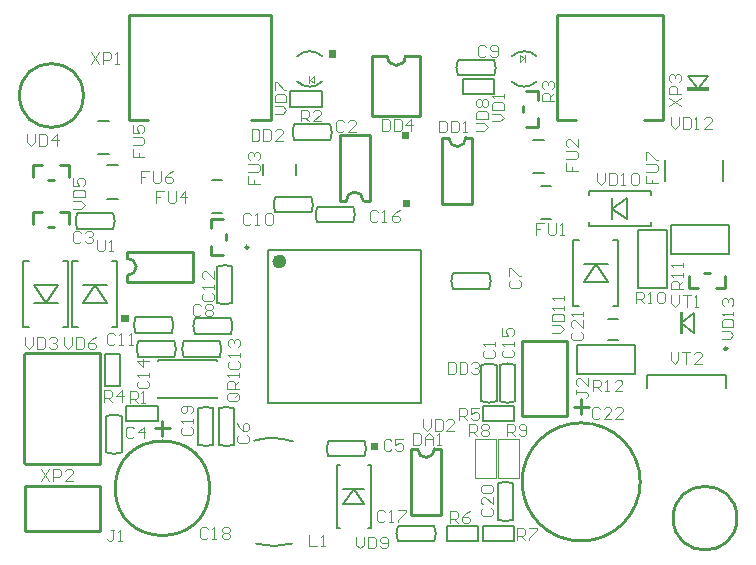
<source format=gto>
G04 Layer_Color=65535*
%FSLAX24Y24*%
%MOIN*%
G70*
G01*
G75*
%ADD10C,0.0079*%
%ADD39C,0.0100*%
%ADD40C,0.0098*%
%ADD57C,0.0070*%
%ADD58C,0.0071*%
%ADD59C,0.0236*%
%ADD60C,0.0070*%
%ADD61C,0.0039*%
%ADD62C,0.0050*%
%ADD63C,0.0067*%
G36*
X23687Y37636D02*
X23437D01*
Y37886D01*
X23687D01*
Y37636D01*
D02*
G37*
G36*
X42163Y37258D02*
X42053D01*
Y37978D01*
X42163D01*
Y37258D01*
D02*
G37*
G36*
X32000Y33380D02*
X31750D01*
Y33630D01*
X32000D01*
Y33380D01*
D02*
G37*
G36*
X33073Y41478D02*
X32823D01*
Y41728D01*
X33073D01*
Y41478D01*
D02*
G37*
G36*
X30612Y46451D02*
X30362D01*
Y46701D01*
X30612D01*
Y46451D01*
D02*
G37*
G36*
X43027Y45360D02*
X42307D01*
Y45470D01*
X43027D01*
Y45360D01*
D02*
G37*
G36*
X33043Y43744D02*
X32793D01*
Y43994D01*
X33043D01*
Y43744D01*
D02*
G37*
D10*
X41575Y42343D02*
Y43051D01*
X43504Y42343D02*
Y43051D01*
X39016Y40856D02*
X41102D01*
X39016Y41998D02*
X41102D01*
X39016Y40856D02*
Y40965D01*
Y41890D02*
Y41998D01*
X41102Y40856D02*
Y40965D01*
Y41890D02*
Y41998D01*
X40955Y35866D02*
X43593D01*
Y35433D02*
Y35866D01*
X40955Y35433D02*
Y35866D01*
X42103Y37618D02*
X42533Y37288D01*
X42103Y37618D02*
X42533Y37948D01*
Y37288D02*
Y37948D01*
X38514Y40394D02*
X38701D01*
X39823D02*
X40010D01*
X38514Y38189D02*
X38701D01*
X39823D02*
X40010D01*
X38514D02*
Y40394D01*
X40010Y38189D02*
Y40394D01*
X37421Y42185D02*
X37776D01*
X37421Y41083D02*
X37776D01*
X37165Y43701D02*
X37520D01*
X37165Y42598D02*
X37520D01*
X42667Y45410D02*
X42997Y45840D01*
X42337D02*
X42667Y45410D01*
X42337Y45840D02*
X42997D01*
X22667Y44341D02*
X23022D01*
X22667Y43238D02*
X23022D01*
X22972Y42864D02*
X23327D01*
X22972Y41762D02*
X23327D01*
X21486Y37480D02*
X21673D01*
X20177D02*
X20364D01*
X21486Y39685D02*
X21673D01*
X20177D02*
X20364D01*
X21673Y37480D02*
Y39685D01*
X20177Y37480D02*
Y39685D01*
X21811D02*
X21998D01*
X23120D02*
X23307D01*
X21811Y37480D02*
X21998D01*
X23120D02*
X23307D01*
X21811D02*
Y39685D01*
X23307Y37480D02*
Y39685D01*
X26457Y41270D02*
X26811D01*
X26457Y42372D02*
X26811D01*
X28179Y42549D02*
Y42904D01*
X29281Y42549D02*
Y42904D01*
X26644Y35118D02*
Y35157D01*
X24675Y35118D02*
X26644D01*
X24675D02*
Y35157D01*
X26644Y36339D02*
Y36378D01*
X24675D02*
X26644D01*
X24675Y36339D02*
Y36378D01*
X30620Y30778D02*
Y32864D01*
X31762Y30778D02*
Y32864D01*
X30620D02*
X30728D01*
X31654D02*
X31762D01*
X30620Y30778D02*
X30728D01*
X31654D02*
X31762D01*
X28317Y34941D02*
Y40059D01*
X33435Y34941D02*
Y40059D01*
X28317Y34941D02*
X33435D01*
X28317Y40059D02*
X33435D01*
D39*
X43964Y31109D02*
G03*
X43964Y31109I-1063J0D01*
G01*
X22175Y45197D02*
G03*
X22175Y45197I-1063J0D01*
G01*
X26388Y32106D02*
G03*
X26388Y32106I-1575J0D01*
G01*
X31504Y41699D02*
G03*
X30946Y41680I-280J0D01*
G01*
X40738Y32317D02*
G03*
X40738Y32317I-1969J0D01*
G01*
X23657Y39205D02*
G03*
X23638Y39763I0J280D01*
G01*
X32312Y46501D02*
G03*
X32912Y46501I300J0D01*
G01*
X34362Y43774D02*
G03*
X34921Y43793I280J0D01*
G01*
X33319Y33409D02*
G03*
X33877Y33428I280J0D01*
G01*
X26431Y39869D02*
Y40169D01*
Y41069D02*
X26831D01*
X26431Y40769D02*
Y41069D01*
X26931Y40369D02*
Y40569D01*
X26431Y39869D02*
X26831D01*
X37963Y44390D02*
Y47894D01*
X41506Y44390D02*
Y47894D01*
X37963Y44390D02*
X38593D01*
X40876D02*
X41506D01*
X37963Y47894D02*
X41506D01*
X28425Y47106D02*
Y47894D01*
X26063D02*
X28425D01*
X23701Y47067D02*
Y47894D01*
X26063D01*
X28425Y44390D02*
Y47106D01*
X23701Y44390D02*
Y47106D01*
Y44390D02*
X24331D01*
X27756D02*
X28425D01*
X43256Y38793D02*
X43556D01*
X42356D02*
Y39193D01*
Y38793D02*
X42656D01*
X42856Y39293D02*
X43056D01*
X43556Y38793D02*
Y39193D01*
X24813Y33856D02*
Y34356D01*
X24563Y34106D02*
X25063D01*
X37319Y45048D02*
Y45348D01*
X36919Y44148D02*
X37319D01*
Y44448D01*
X36819Y44648D02*
Y44848D01*
X36919Y45348D02*
X37319D01*
X30723Y41678D02*
Y43878D01*
X31723Y41678D02*
Y43878D01*
X30723D02*
X31723D01*
X30723Y41678D02*
X30923D01*
X31523D02*
X31723D01*
X21689Y42480D02*
Y42880D01*
X21389D02*
X21689D01*
X20489Y42480D02*
Y42880D01*
X20789D01*
X20989Y42380D02*
X21189D01*
X38520Y34817D02*
X39020D01*
X38770Y34567D02*
Y35067D01*
X22732Y34467D02*
X22734Y36608D01*
X20234D02*
X22734D01*
X20234Y32908D02*
X22734D01*
X20213Y32931D02*
Y36593D01*
X22732Y32931D02*
X22734Y34508D01*
X21689Y40915D02*
Y41315D01*
X21389D02*
X21689D01*
X20489Y40915D02*
Y41315D01*
X20789D01*
X20989Y40815D02*
X21189D01*
X23637Y39986D02*
X25837D01*
X23637Y38986D02*
X25837D01*
Y39986D01*
X23637Y39786D02*
Y39986D01*
Y38986D02*
Y39186D01*
X31812Y46501D02*
X32312D01*
X31812Y44501D02*
X33412D01*
Y46501D01*
X31812Y44501D02*
Y46501D01*
X32912D02*
X33412D01*
X38299Y36030D02*
Y37030D01*
X36799D02*
X38299D01*
X36799Y34530D02*
X38299D01*
X36799D02*
Y37030D01*
X38299Y34530D02*
Y36030D01*
X21728Y30677D02*
X22728D01*
Y32177D01*
X20228Y30677D02*
Y32177D01*
X22728D01*
X20228Y30677D02*
X21728D01*
X35143Y41594D02*
Y43794D01*
X34143Y41594D02*
Y43794D01*
Y41594D02*
X35143D01*
X34943Y43794D02*
X35143D01*
X34143D02*
X34343D01*
X34100Y31230D02*
Y33430D01*
X33100Y31230D02*
Y33430D01*
Y31230D02*
X34100D01*
X33900Y33430D02*
X34100D01*
X33100D02*
X33300D01*
D40*
X43642Y36762D02*
G03*
X43642Y36762I-49J0D01*
G01*
X27677Y40138D02*
G03*
X27677Y40138I-49J0D01*
G01*
D57*
X27100Y37255D02*
G03*
X27099Y37766I-609J255D01*
G01*
X25893D02*
G03*
X25892Y37255I608J-256D01*
G01*
X27194Y34767D02*
G03*
X26683Y34767I-255J-609D01*
G01*
Y33560D02*
G03*
X27194Y33560I256J608D01*
G01*
X34495Y39270D02*
G03*
X34495Y38760I609J-255D01*
G01*
X35702D02*
G03*
X35702Y39270I-608J256D01*
G01*
X34662Y46377D02*
G03*
X34662Y45866I609J-255D01*
G01*
X35869D02*
G03*
X35870Y46377I-608J256D01*
G01*
X23914Y37804D02*
G03*
X23914Y37293I609J-255D01*
G01*
X25121D02*
G03*
X25122Y37804I-608J256D01*
G01*
X33872Y30336D02*
G03*
X33871Y30846I-609J255D01*
G01*
X32664D02*
G03*
X32664Y30336I608J-256D01*
G01*
X35995Y31060D02*
G03*
X36506Y31060I255J609D01*
G01*
Y32267D02*
G03*
X35995Y32267I-256J-608D01*
G01*
X35444Y35006D02*
G03*
X35955Y35007I255J609D01*
G01*
Y36214D02*
G03*
X35444Y36214I-256J-608D01*
G01*
X21965Y41268D02*
G03*
X21965Y40758I609J-255D01*
G01*
X23172D02*
G03*
X23173Y41268I-608J256D01*
G01*
X26515Y34767D02*
G03*
X26004Y34767I-255J-609D01*
G01*
Y33560D02*
G03*
X26515Y33560I256J608D01*
G01*
X22944Y33304D02*
G03*
X23455Y33304I255J609D01*
G01*
Y34511D02*
G03*
X22944Y34511I-256J-608D01*
G01*
X36054Y35006D02*
G03*
X36565Y35007I255J609D01*
G01*
Y36214D02*
G03*
X36054Y36214I-256J-608D01*
G01*
X30407Y43722D02*
G03*
X30407Y44232I-609J255D01*
G01*
X29200D02*
G03*
X29199Y43722I608J-256D01*
G01*
X26726Y36497D02*
G03*
X26725Y37008I-609J255D01*
G01*
X25519D02*
G03*
X25518Y36497I608J-256D01*
G01*
X24002Y37007D02*
G03*
X24003Y36496I609J-255D01*
G01*
X25210D02*
G03*
X25210Y37007I-608J256D01*
G01*
X31549Y33170D02*
G03*
X31548Y33681I-609J255D01*
G01*
X30341D02*
G03*
X30341Y33170I608J-256D01*
G01*
X31175Y40966D02*
G03*
X31174Y41476I-609J255D01*
G01*
X29967D02*
G03*
X29967Y40966I608J-256D01*
G01*
X28569Y41810D02*
G03*
X28570Y41299I609J-255D01*
G01*
X29777D02*
G03*
X29777Y41810I-608J256D01*
G01*
X26635Y38284D02*
G03*
X27146Y38284I255J609D01*
G01*
Y39491D02*
G03*
X26635Y39492I-256J-608D01*
G01*
X25895Y37766D02*
X27096D01*
X25896Y37255D02*
X27096D01*
X26683Y33563D02*
Y34763D01*
X27194Y33563D02*
Y34763D01*
X34498Y38760D02*
X35699D01*
X34498Y39271D02*
X35698D01*
X34666Y45866D02*
X35866D01*
X34666Y46377D02*
X35866D01*
X23918Y37293D02*
X25118D01*
X23918Y37804D02*
X25118D01*
X32667Y30846D02*
X33868D01*
X32668Y30336D02*
X33868D01*
X36506Y31063D02*
Y32264D01*
X35995Y31063D02*
Y32263D01*
X35344Y30335D02*
Y30846D01*
X34301Y30335D02*
Y30846D01*
X35344D01*
X34301Y30335D02*
X35344D01*
X36545D02*
Y30846D01*
X35502Y30335D02*
Y30846D01*
X36545D01*
X35502Y30335D02*
X36545D01*
X35955Y35010D02*
Y36211D01*
X35444Y35010D02*
Y36210D01*
X29075Y44823D02*
Y45335D01*
X30118Y44823D02*
Y45335D01*
X29075Y44823D02*
X30118D01*
X29075Y45335D02*
X30118D01*
X34823Y45246D02*
Y45758D01*
X35866Y45246D02*
Y45758D01*
X34823Y45246D02*
X35866D01*
X34823Y45758D02*
X35866D01*
X21969Y40758D02*
X23170D01*
X21969Y41269D02*
X23169D01*
X26004Y33563D02*
Y34763D01*
X26515Y33563D02*
Y34763D01*
X22904Y36565D02*
X23415D01*
X22904Y35522D02*
X23415D01*
X22904D02*
Y36565D01*
X23415Y35522D02*
Y36565D01*
X23455Y33307D02*
Y34508D01*
X22944Y33307D02*
Y34507D01*
X36565Y35010D02*
Y36211D01*
X36054Y35010D02*
Y36210D01*
X29202Y44232D02*
X30403D01*
X29203Y43721D02*
X30403D01*
X25521Y37008D02*
X26722D01*
X25522Y36497D02*
X26722D01*
X24006Y36496D02*
X25207D01*
X24006Y37007D02*
X25206D01*
X23612Y34350D02*
Y34862D01*
X24656Y34350D02*
Y34862D01*
X23612Y34350D02*
X24656D01*
X23612Y34862D02*
X24656D01*
X30344Y33681D02*
X31545D01*
X30345Y33170D02*
X31545D01*
X29970Y41476D02*
X31171D01*
X29971Y40965D02*
X31171D01*
X28573Y41299D02*
X29774D01*
X28573Y41810D02*
X29773D01*
X27146Y38288D02*
Y39489D01*
X26635Y38288D02*
Y39488D01*
X36525Y34341D02*
Y34852D01*
X35482Y34341D02*
Y34852D01*
X36525D01*
X35482Y34341D02*
X36525D01*
D58*
X29170Y33663D02*
G03*
X27870Y33692I-697J-2035D01*
G01*
X27934Y30260D02*
G03*
X29127Y30264I589J2068D01*
G01*
X36454Y45665D02*
G03*
X37290Y45665I418J418D01*
G01*
Y46500D02*
G03*
X36454Y46500I-418J-418D01*
G01*
X30140D02*
G03*
X29305Y46500I-418J-418D01*
G01*
Y45665D02*
G03*
X30140Y45665I418J418D01*
G01*
D59*
X28829Y39665D02*
G03*
X28829Y39665I-118J0D01*
G01*
D60*
X38636Y35908D02*
X40566D01*
X38636Y36868D02*
X40566D01*
X38636Y35908D02*
Y36868D01*
X40566Y35908D02*
Y36868D01*
X41756Y39904D02*
X43686D01*
X41756Y40864D02*
X43686D01*
X41756Y39904D02*
Y40864D01*
X43686Y39904D02*
Y40864D01*
X41641Y38784D02*
Y40714D01*
X40681Y38784D02*
Y40714D01*
Y38784D02*
X41641D01*
X40681Y40714D02*
X41641D01*
D61*
X35988Y32433D02*
X36689D01*
X35988Y33748D02*
X36689D01*
Y32433D02*
Y33748D01*
X35988Y32433D02*
Y33748D01*
X35230Y32433D02*
X35931D01*
X35230Y33748D02*
X35931D01*
X35931Y32433D02*
X35931Y33748D01*
X35230Y32433D02*
X35230Y33748D01*
X36742Y46319D02*
X36860Y46437D01*
X36742Y46555D02*
X36860Y46437D01*
X36742Y46319D02*
Y46555D01*
X36900Y46319D02*
Y46555D01*
X29734Y45728D02*
X29852Y45846D01*
X29734Y45728D02*
X29852Y45610D01*
Y45846D01*
X29695Y45610D02*
Y45846D01*
X35578Y36719D02*
X35512Y36653D01*
Y36522D01*
X35578Y36457D01*
X35840D01*
X35906Y36522D01*
Y36653D01*
X35840Y36719D01*
X35906Y36850D02*
Y36981D01*
Y36916D01*
X35512D01*
X35578Y36850D01*
X30863Y44324D02*
X30797Y44390D01*
X30666D01*
X30600Y44324D01*
Y44062D01*
X30666Y43996D01*
X30797D01*
X30863Y44062D01*
X31256Y43996D02*
X30994D01*
X31256Y44258D01*
Y44324D01*
X31191Y44390D01*
X31060D01*
X30994Y44324D01*
X22094Y40603D02*
X22029Y40669D01*
X21897D01*
X21832Y40603D01*
Y40341D01*
X21897Y40276D01*
X22029D01*
X22094Y40341D01*
X22225Y40603D02*
X22291Y40669D01*
X22422D01*
X22488Y40603D01*
Y40538D01*
X22422Y40472D01*
X22357D01*
X22422D01*
X22488Y40407D01*
Y40341D01*
X22422Y40276D01*
X22291D01*
X22225Y40341D01*
X32447Y33684D02*
X32382Y33750D01*
X32251D01*
X32185Y33684D01*
Y33422D01*
X32251Y33356D01*
X32382D01*
X32447Y33422D01*
X32841Y33750D02*
X32579D01*
Y33553D01*
X32710Y33619D01*
X32775D01*
X32841Y33553D01*
Y33422D01*
X32775Y33356D01*
X32644D01*
X32579Y33422D01*
X27379Y33884D02*
X27313Y33819D01*
Y33688D01*
X27379Y33622D01*
X27641D01*
X27707Y33688D01*
Y33819D01*
X27641Y33884D01*
X27313Y34278D02*
X27379Y34147D01*
X27510Y34016D01*
X27641D01*
X27707Y34081D01*
Y34212D01*
X27641Y34278D01*
X27576D01*
X27510Y34212D01*
Y34016D01*
X36424Y39052D02*
X36358Y38986D01*
Y38855D01*
X36424Y38789D01*
X36686D01*
X36752Y38855D01*
Y38986D01*
X36686Y39052D01*
X36358Y39183D02*
Y39445D01*
X36424D01*
X36686Y39183D01*
X36752D01*
X26089Y38172D02*
X26024Y38238D01*
X25892D01*
X25827Y38172D01*
Y37910D01*
X25892Y37844D01*
X26024D01*
X26089Y37910D01*
X26220Y38172D02*
X26286Y38238D01*
X26417D01*
X26483Y38172D01*
Y38107D01*
X26417Y38041D01*
X26483Y37976D01*
Y37910D01*
X26417Y37844D01*
X26286D01*
X26220Y37910D01*
Y37976D01*
X26286Y38041D01*
X26220Y38107D01*
Y38172D01*
X26286Y38041D02*
X26417D01*
X35607Y46804D02*
X35541Y46870D01*
X35410D01*
X35344Y46804D01*
Y46542D01*
X35410Y46476D01*
X35541D01*
X35607Y46542D01*
X35738D02*
X35804Y46476D01*
X35935D01*
X36000Y46542D01*
Y46804D01*
X35935Y46870D01*
X35804D01*
X35738Y46804D01*
Y46739D01*
X35804Y46673D01*
X36000D01*
X27762Y41214D02*
X27697Y41279D01*
X27566D01*
X27500Y41214D01*
Y40951D01*
X27566Y40886D01*
X27697D01*
X27762Y40951D01*
X27894Y40886D02*
X28025D01*
X27959D01*
Y41279D01*
X27894Y41214D01*
X28222D02*
X28287Y41279D01*
X28418D01*
X28484Y41214D01*
Y40951D01*
X28418Y40886D01*
X28287D01*
X28222Y40951D01*
Y41214D01*
X23235Y37208D02*
X23169Y37273D01*
X23038D01*
X22972Y37208D01*
Y36946D01*
X23038Y36880D01*
X23169D01*
X23235Y36946D01*
X23366Y36880D02*
X23497D01*
X23432D01*
Y37273D01*
X23366Y37208D01*
X23694Y36880D02*
X23825D01*
X23760D01*
Y37273D01*
X23694Y37208D01*
X26188Y38619D02*
X26122Y38553D01*
Y38422D01*
X26188Y38356D01*
X26450D01*
X26516Y38422D01*
Y38553D01*
X26450Y38619D01*
X26516Y38750D02*
Y38881D01*
Y38815D01*
X26122D01*
X26188Y38750D01*
X26516Y39340D02*
Y39078D01*
X26253Y39340D01*
X26188D01*
X26122Y39275D01*
Y39143D01*
X26188Y39078D01*
X27064Y36345D02*
X26998Y36279D01*
Y36148D01*
X27064Y36083D01*
X27326D01*
X27392Y36148D01*
Y36279D01*
X27326Y36345D01*
X27392Y36476D02*
Y36607D01*
Y36542D01*
X26998D01*
X27064Y36476D01*
Y36804D02*
X26998Y36870D01*
Y37001D01*
X27064Y37067D01*
X27129D01*
X27195Y37001D01*
Y36935D01*
Y37001D01*
X27261Y37067D01*
X27326D01*
X27392Y37001D01*
Y36870D01*
X27326Y36804D01*
X24022Y35695D02*
X23957Y35630D01*
Y35499D01*
X24022Y35433D01*
X24285D01*
X24350Y35499D01*
Y35630D01*
X24285Y35695D01*
X24350Y35827D02*
Y35958D01*
Y35892D01*
X23957D01*
X24022Y35827D01*
X24350Y36351D02*
X23957D01*
X24154Y36155D01*
Y36417D01*
X36198Y36729D02*
X36132Y36663D01*
Y36532D01*
X36198Y36467D01*
X36460D01*
X36526Y36532D01*
Y36663D01*
X36460Y36729D01*
X36526Y36860D02*
Y36991D01*
Y36926D01*
X36132D01*
X36198Y36860D01*
X36132Y37450D02*
Y37188D01*
X36329D01*
X36263Y37319D01*
Y37385D01*
X36329Y37450D01*
X36460D01*
X36526Y37385D01*
Y37254D01*
X36460Y37188D01*
X31995Y41322D02*
X31929Y41388D01*
X31798D01*
X31732Y41322D01*
Y41060D01*
X31798Y40994D01*
X31929D01*
X31995Y41060D01*
X32126Y40994D02*
X32257D01*
X32191D01*
Y41388D01*
X32126Y41322D01*
X32716Y41388D02*
X32585Y41322D01*
X32454Y41191D01*
Y41060D01*
X32519Y40994D01*
X32651D01*
X32716Y41060D01*
Y41125D01*
X32651Y41191D01*
X32454D01*
X32221Y31312D02*
X32155Y31378D01*
X32024D01*
X31959Y31312D01*
Y31050D01*
X32024Y30984D01*
X32155D01*
X32221Y31050D01*
X32352Y30984D02*
X32483D01*
X32418D01*
Y31378D01*
X32352Y31312D01*
X32680Y31378D02*
X32943D01*
Y31312D01*
X32680Y31050D01*
Y30984D01*
X26335Y30751D02*
X26270Y30817D01*
X26138D01*
X26073Y30751D01*
Y30489D01*
X26138Y30423D01*
X26270D01*
X26335Y30489D01*
X26466Y30423D02*
X26598D01*
X26532D01*
Y30817D01*
X26466Y30751D01*
X26794D02*
X26860Y30817D01*
X26991D01*
X27057Y30751D01*
Y30686D01*
X26991Y30620D01*
X27057Y30554D01*
Y30489D01*
X26991Y30423D01*
X26860D01*
X26794Y30489D01*
Y30554D01*
X26860Y30620D01*
X26794Y30686D01*
Y30751D01*
X26860Y30620D02*
X26991D01*
X25499Y34140D02*
X25433Y34075D01*
Y33944D01*
X25499Y33878D01*
X25761D01*
X25827Y33944D01*
Y34075D01*
X25761Y34140D01*
X25827Y34272D02*
Y34403D01*
Y34337D01*
X25433D01*
X25499Y34272D01*
X25761Y34599D02*
X25827Y34665D01*
Y34796D01*
X25761Y34862D01*
X25499D01*
X25433Y34796D01*
Y34665D01*
X25499Y34599D01*
X25564D01*
X25630Y34665D01*
Y34862D01*
X35509Y31434D02*
X35443Y31368D01*
Y31237D01*
X35509Y31171D01*
X35771D01*
X35837Y31237D01*
Y31368D01*
X35771Y31434D01*
X35837Y31827D02*
Y31565D01*
X35574Y31827D01*
X35509D01*
X35443Y31762D01*
Y31630D01*
X35509Y31565D01*
Y31958D02*
X35443Y32024D01*
Y32155D01*
X35509Y32221D01*
X35771D01*
X35837Y32155D01*
Y32024D01*
X35771Y31958D01*
X35509D01*
X38491Y37319D02*
X38425Y37254D01*
Y37123D01*
X38491Y37057D01*
X38753D01*
X38819Y37123D01*
Y37254D01*
X38753Y37319D01*
X38819Y37713D02*
Y37451D01*
X38557Y37713D01*
X38491D01*
X38425Y37647D01*
Y37516D01*
X38491Y37451D01*
X38819Y37844D02*
Y37975D01*
Y37910D01*
X38425D01*
X38491Y37844D01*
X39386Y34747D02*
X39321Y34813D01*
X39190D01*
X39124Y34747D01*
Y34485D01*
X39190Y34419D01*
X39321D01*
X39386Y34485D01*
X39780Y34419D02*
X39518D01*
X39780Y34682D01*
Y34747D01*
X39714Y34813D01*
X39583D01*
X39518Y34747D01*
X40174Y34419D02*
X39911D01*
X40174Y34682D01*
Y34747D01*
X40108Y34813D01*
X39977D01*
X39911Y34747D01*
X33169Y33957D02*
Y33563D01*
X33366D01*
X33432Y33629D01*
Y33891D01*
X33366Y33957D01*
X33169D01*
X33563Y33563D02*
Y33825D01*
X33694Y33957D01*
X33825Y33825D01*
Y33563D01*
Y33760D01*
X33563D01*
X33956Y33563D02*
X34088D01*
X34022D01*
Y33957D01*
X33956Y33891D01*
X34035Y44360D02*
Y43967D01*
X34232D01*
X34298Y44032D01*
Y44295D01*
X34232Y44360D01*
X34035D01*
X34429D02*
Y43967D01*
X34626D01*
X34691Y44032D01*
Y44295D01*
X34626Y44360D01*
X34429D01*
X34823Y43967D02*
X34954D01*
X34888D01*
Y44360D01*
X34823Y44295D01*
X27785Y44085D02*
Y43691D01*
X27982D01*
X28048Y43757D01*
Y44019D01*
X27982Y44085D01*
X27785D01*
X28179D02*
Y43691D01*
X28376D01*
X28441Y43757D01*
Y44019D01*
X28376Y44085D01*
X28179D01*
X28835Y43691D02*
X28573D01*
X28835Y43953D01*
Y44019D01*
X28769Y44085D01*
X28638D01*
X28573Y44019D01*
X32126Y44399D02*
Y44006D01*
X32323D01*
X32388Y44071D01*
Y44334D01*
X32323Y44399D01*
X32126D01*
X32520D02*
Y44006D01*
X32716D01*
X32782Y44071D01*
Y44334D01*
X32716Y44399D01*
X32520D01*
X33110Y44006D02*
Y44399D01*
X32913Y44203D01*
X33176D01*
X37526Y40955D02*
X37264D01*
Y40758D01*
X37395D01*
X37264D01*
Y40561D01*
X37657Y40955D02*
Y40627D01*
X37723Y40561D01*
X37854D01*
X37920Y40627D01*
Y40955D01*
X38051Y40561D02*
X38182D01*
X38117D01*
Y40955D01*
X38051Y40889D01*
X38258Y42949D02*
Y42687D01*
X38455D01*
Y42818D01*
Y42687D01*
X38652D01*
X38258Y43081D02*
X38586D01*
X38652Y43146D01*
Y43277D01*
X38586Y43343D01*
X38258D01*
X38652Y43737D02*
Y43474D01*
X38389Y43737D01*
X38324D01*
X38258Y43671D01*
Y43540D01*
X38324Y43474D01*
X27677Y42516D02*
Y42254D01*
X27874D01*
Y42385D01*
Y42254D01*
X28071D01*
X27677Y42648D02*
X28005D01*
X28071Y42713D01*
Y42844D01*
X28005Y42910D01*
X27677D01*
X27743Y43041D02*
X27677Y43107D01*
Y43238D01*
X27743Y43303D01*
X27808D01*
X27874Y43238D01*
Y43172D01*
Y43238D01*
X27940Y43303D01*
X28005D01*
X28071Y43238D01*
Y43107D01*
X28005Y43041D01*
X24859Y41998D02*
X24596D01*
Y41801D01*
X24728D01*
X24596D01*
Y41604D01*
X24990Y41998D02*
Y41670D01*
X25056Y41604D01*
X25187D01*
X25252Y41670D01*
Y41998D01*
X25580Y41604D02*
Y41998D01*
X25384Y41801D01*
X25646D01*
X23819Y43422D02*
Y43159D01*
X24016D01*
Y43291D01*
Y43159D01*
X24213D01*
X23819Y43553D02*
X24147D01*
X24213Y43619D01*
Y43750D01*
X24147Y43815D01*
X23819D01*
Y44209D02*
Y43947D01*
X24016D01*
X23950Y44078D01*
Y44143D01*
X24016Y44209D01*
X24147D01*
X24213Y44143D01*
Y44012D01*
X24147Y43947D01*
X24377Y42667D02*
X24114D01*
Y42470D01*
X24245D01*
X24114D01*
Y42274D01*
X24508Y42667D02*
Y42339D01*
X24573Y42274D01*
X24705D01*
X24770Y42339D01*
Y42667D01*
X25164D02*
X25033Y42602D01*
X24901Y42470D01*
Y42339D01*
X24967Y42274D01*
X25098D01*
X25164Y42339D01*
Y42405D01*
X25098Y42470D01*
X24901D01*
X40945Y42526D02*
Y42264D01*
X41142D01*
Y42395D01*
Y42264D01*
X41339D01*
X40945Y42657D02*
X41273D01*
X41339Y42723D01*
Y42854D01*
X41273Y42920D01*
X40945D01*
Y43051D02*
Y43313D01*
X41011D01*
X41273Y43051D01*
X41339D01*
X38593Y35390D02*
Y35259D01*
Y35325D01*
X38921D01*
X38986Y35259D01*
Y35194D01*
X38921Y35128D01*
X38986Y35784D02*
Y35522D01*
X38724Y35784D01*
X38658D01*
X38593Y35718D01*
Y35587D01*
X38658Y35522D01*
X29715Y30561D02*
Y30167D01*
X29977D01*
X30108D02*
X30239D01*
X30174D01*
Y30561D01*
X30108Y30495D01*
X27306Y35292D02*
X27044D01*
X26978Y35226D01*
Y35095D01*
X27044Y35030D01*
X27306D01*
X27372Y35095D01*
Y35226D01*
X27241Y35161D02*
X27372Y35292D01*
Y35226D02*
X27306Y35292D01*
X27372Y35423D02*
X26978D01*
Y35620D01*
X27044Y35685D01*
X27175D01*
X27241Y35620D01*
Y35423D01*
Y35554D02*
X27372Y35685D01*
Y35817D02*
Y35948D01*
Y35882D01*
X26978D01*
X27044Y35817D01*
X29429Y44331D02*
Y44724D01*
X29626D01*
X29692Y44659D01*
Y44528D01*
X29626Y44462D01*
X29429D01*
X29560D02*
X29692Y44331D01*
X30085D02*
X29823D01*
X30085Y44593D01*
Y44659D01*
X30020Y44724D01*
X29888D01*
X29823Y44659D01*
X37874Y45020D02*
X37480D01*
Y45216D01*
X37546Y45282D01*
X37677D01*
X37743Y45216D01*
Y45020D01*
Y45151D02*
X37874Y45282D01*
X37546Y45413D02*
X37480Y45479D01*
Y45610D01*
X37546Y45676D01*
X37612D01*
X37677Y45610D01*
Y45544D01*
Y45610D01*
X37743Y45676D01*
X37808D01*
X37874Y45610D01*
Y45479D01*
X37808Y45413D01*
X22864Y34980D02*
Y35374D01*
X23061D01*
X23127Y35308D01*
Y35177D01*
X23061Y35112D01*
X22864D01*
X22995D02*
X23127Y34980D01*
X23455D02*
Y35374D01*
X23258Y35177D01*
X23520D01*
X34715Y34390D02*
Y34783D01*
X34911D01*
X34977Y34718D01*
Y34587D01*
X34911Y34521D01*
X34715D01*
X34846D02*
X34977Y34390D01*
X35371Y34783D02*
X35108D01*
Y34587D01*
X35239Y34652D01*
X35305D01*
X35371Y34587D01*
Y34455D01*
X35305Y34390D01*
X35174D01*
X35108Y34455D01*
X34409Y30955D02*
Y31348D01*
X34606D01*
X34672Y31283D01*
Y31152D01*
X34606Y31086D01*
X34409D01*
X34541D02*
X34672Y30955D01*
X35065Y31348D02*
X34934Y31283D01*
X34803Y31152D01*
Y31020D01*
X34869Y30955D01*
X35000D01*
X35065Y31020D01*
Y31086D01*
X35000Y31152D01*
X34803D01*
X36644Y30394D02*
Y30787D01*
X36840D01*
X36906Y30722D01*
Y30590D01*
X36840Y30525D01*
X36644D01*
X36775D02*
X36906Y30394D01*
X37037Y30787D02*
X37300D01*
Y30722D01*
X37037Y30459D01*
Y30394D01*
X35039Y33839D02*
Y34232D01*
X35236D01*
X35302Y34167D01*
Y34035D01*
X35236Y33970D01*
X35039D01*
X35171D02*
X35302Y33839D01*
X35433Y34167D02*
X35499Y34232D01*
X35630D01*
X35695Y34167D01*
Y34101D01*
X35630Y34035D01*
X35695Y33970D01*
Y33904D01*
X35630Y33839D01*
X35499D01*
X35433Y33904D01*
Y33970D01*
X35499Y34035D01*
X35433Y34101D01*
Y34167D01*
X35499Y34035D02*
X35630D01*
X36289Y33839D02*
Y34232D01*
X36486D01*
X36552Y34167D01*
Y34035D01*
X36486Y33970D01*
X36289D01*
X36421D02*
X36552Y33839D01*
X36683Y33904D02*
X36749Y33839D01*
X36880D01*
X36945Y33904D01*
Y34167D01*
X36880Y34232D01*
X36749D01*
X36683Y34167D01*
Y34101D01*
X36749Y34035D01*
X36945D01*
X40591Y38268D02*
Y38661D01*
X40787D01*
X40853Y38596D01*
Y38465D01*
X40787Y38399D01*
X40591D01*
X40722D02*
X40853Y38268D01*
X40984D02*
X41115D01*
X41050D01*
Y38661D01*
X40984Y38596D01*
X41312D02*
X41378Y38661D01*
X41509D01*
X41574Y38596D01*
Y38333D01*
X41509Y38268D01*
X41378D01*
X41312Y38333D01*
Y38596D01*
X42156Y38750D02*
X41762D01*
Y38947D01*
X41828Y39012D01*
X41959D01*
X42024Y38947D01*
Y38750D01*
Y38881D02*
X42156Y39012D01*
Y39144D02*
Y39275D01*
Y39209D01*
X41762D01*
X41828Y39144D01*
X42156Y39472D02*
Y39603D01*
Y39537D01*
X41762D01*
X41828Y39472D01*
X39163Y35335D02*
Y35728D01*
X39360D01*
X39426Y35663D01*
Y35531D01*
X39360Y35466D01*
X39163D01*
X39295D02*
X39426Y35335D01*
X39557D02*
X39688D01*
X39623D01*
Y35728D01*
X39557Y35663D01*
X40147Y35335D02*
X39885D01*
X40147Y35597D01*
Y35663D01*
X40082Y35728D01*
X39951D01*
X39885Y35663D01*
X22648Y40394D02*
Y40066D01*
X22713Y40000D01*
X22844D01*
X22910Y40066D01*
Y40394D01*
X23041Y40000D02*
X23172D01*
X23107D01*
Y40394D01*
X23041Y40328D01*
X35807Y44331D02*
X36070D01*
X36201Y44462D01*
X36070Y44593D01*
X35807D01*
Y44724D02*
X36201D01*
Y44921D01*
X36135Y44987D01*
X35873D01*
X35807Y44921D01*
Y44724D01*
X36201Y45118D02*
Y45249D01*
Y45183D01*
X35807D01*
X35873Y45118D01*
X33494Y34419D02*
Y34157D01*
X33625Y34026D01*
X33756Y34157D01*
Y34419D01*
X33888D02*
Y34026D01*
X34084D01*
X34150Y34091D01*
Y34354D01*
X34084Y34419D01*
X33888D01*
X34544Y34026D02*
X34281D01*
X34544Y34288D01*
Y34354D01*
X34478Y34419D01*
X34347D01*
X34281Y34354D01*
X20236Y37146D02*
Y36883D01*
X20367Y36752D01*
X20499Y36883D01*
Y37146D01*
X20630D02*
Y36752D01*
X20827D01*
X20892Y36818D01*
Y37080D01*
X20827Y37146D01*
X20630D01*
X21023Y37080D02*
X21089Y37146D01*
X21220D01*
X21286Y37080D01*
Y37014D01*
X21220Y36949D01*
X21155D01*
X21220D01*
X21286Y36883D01*
Y36818D01*
X21220Y36752D01*
X21089D01*
X21023Y36818D01*
X20305Y43907D02*
Y43645D01*
X20436Y43514D01*
X20568Y43645D01*
Y43907D01*
X20699D02*
Y43514D01*
X20895D01*
X20961Y43579D01*
Y43842D01*
X20895Y43907D01*
X20699D01*
X21289Y43514D02*
Y43907D01*
X21092Y43711D01*
X21355D01*
X21831Y41407D02*
X22093D01*
X22224Y41539D01*
X22093Y41670D01*
X21831D01*
Y41801D02*
X22224D01*
Y41998D01*
X22159Y42063D01*
X21896D01*
X21831Y41998D01*
Y41801D01*
Y42457D02*
Y42195D01*
X22028D01*
X21962Y42326D01*
Y42391D01*
X22028Y42457D01*
X22159D01*
X22224Y42391D01*
Y42260D01*
X22159Y42195D01*
X21545Y37136D02*
Y36873D01*
X21676Y36742D01*
X21808Y36873D01*
Y37136D01*
X21939D02*
Y36742D01*
X22136D01*
X22201Y36808D01*
Y37070D01*
X22136Y37136D01*
X21939D01*
X22595D02*
X22464Y37070D01*
X22332Y36939D01*
Y36808D01*
X22398Y36742D01*
X22529D01*
X22595Y36808D01*
Y36873D01*
X22529Y36939D01*
X22332D01*
X28553Y44596D02*
X28816D01*
X28947Y44728D01*
X28816Y44859D01*
X28553D01*
Y44990D02*
X28947D01*
Y45187D01*
X28881Y45252D01*
X28619D01*
X28553Y45187D01*
Y44990D01*
Y45384D02*
Y45646D01*
X28619D01*
X28881Y45384D01*
X28947D01*
X35256Y44026D02*
X35518D01*
X35650Y44157D01*
X35518Y44288D01*
X35256D01*
Y44419D02*
X35650D01*
Y44616D01*
X35584Y44682D01*
X35322D01*
X35256Y44616D01*
Y44419D01*
X35322Y44813D02*
X35256Y44878D01*
Y45010D01*
X35322Y45075D01*
X35387D01*
X35453Y45010D01*
X35518Y45075D01*
X35584D01*
X35650Y45010D01*
Y44878D01*
X35584Y44813D01*
X35518D01*
X35453Y44878D01*
X35387Y44813D01*
X35322D01*
X35453Y44878D02*
Y45010D01*
X31280Y30492D02*
Y30230D01*
X31411Y30098D01*
X31542Y30230D01*
Y30492D01*
X31673D02*
Y30098D01*
X31870D01*
X31935Y30164D01*
Y30426D01*
X31870Y30492D01*
X31673D01*
X32067Y30164D02*
X32132Y30098D01*
X32263D01*
X32329Y30164D01*
Y30426D01*
X32263Y30492D01*
X32132D01*
X32067Y30426D01*
Y30361D01*
X32132Y30295D01*
X32329D01*
X39311Y42598D02*
Y42336D01*
X39442Y42205D01*
X39573Y42336D01*
Y42598D01*
X39705D02*
Y42205D01*
X39901D01*
X39967Y42270D01*
Y42533D01*
X39901Y42598D01*
X39705D01*
X40098Y42205D02*
X40229D01*
X40164D01*
Y42598D01*
X40098Y42533D01*
X40426D02*
X40492Y42598D01*
X40623D01*
X40689Y42533D01*
Y42270D01*
X40623Y42205D01*
X40492D01*
X40426Y42270D01*
Y42533D01*
X37815Y37274D02*
X38077D01*
X38209Y37405D01*
X38077Y37536D01*
X37815D01*
Y37667D02*
X38209D01*
Y37864D01*
X38143Y37930D01*
X37881D01*
X37815Y37864D01*
Y37667D01*
X38209Y38061D02*
Y38192D01*
Y38126D01*
X37815D01*
X37881Y38061D01*
X38209Y38389D02*
Y38520D01*
Y38454D01*
X37815D01*
X37881Y38389D01*
X41762Y44488D02*
Y44226D01*
X41893Y44094D01*
X42024Y44226D01*
Y44488D01*
X42155D02*
Y44094D01*
X42352D01*
X42418Y44160D01*
Y44422D01*
X42352Y44488D01*
X42155D01*
X42549Y44094D02*
X42680D01*
X42615D01*
Y44488D01*
X42549Y44422D01*
X43139Y44094D02*
X42877D01*
X43139Y44357D01*
Y44422D01*
X43074Y44488D01*
X42943D01*
X42877Y44422D01*
X43455Y37077D02*
X43717D01*
X43848Y37208D01*
X43717Y37339D01*
X43455D01*
Y37470D02*
X43848D01*
Y37667D01*
X43783Y37733D01*
X43520D01*
X43455Y37667D01*
Y37470D01*
X43848Y37864D02*
Y37995D01*
Y37930D01*
X43455D01*
X43520Y37864D01*
Y38192D02*
X43455Y38257D01*
Y38389D01*
X43520Y38454D01*
X43586D01*
X43652Y38389D01*
Y38323D01*
Y38389D01*
X43717Y38454D01*
X43783D01*
X43848Y38389D01*
Y38257D01*
X43783Y38192D01*
X41762Y38543D02*
Y38281D01*
X41893Y38150D01*
X42024Y38281D01*
Y38543D01*
X42155D02*
X42418D01*
X42287D01*
Y38150D01*
X42549D02*
X42680D01*
X42615D01*
Y38543D01*
X42549Y38478D01*
X41752Y36634D02*
Y36371D01*
X41883Y36240D01*
X42014Y36371D01*
Y36634D01*
X42146D02*
X42408D01*
X42277D01*
Y36240D01*
X42801D02*
X42539D01*
X42801Y36503D01*
Y36568D01*
X42736Y36634D01*
X42605D01*
X42539Y36568D01*
X22441Y46644D02*
X22703Y46250D01*
Y46644D02*
X22441Y46250D01*
X22835D02*
Y46644D01*
X23031D01*
X23097Y46578D01*
Y46447D01*
X23031Y46381D01*
X22835D01*
X23228Y46250D02*
X23359D01*
X23294D01*
Y46644D01*
X23228Y46578D01*
X20768Y32746D02*
X21030Y32352D01*
Y32746D02*
X20768Y32352D01*
X21161D02*
Y32746D01*
X21358D01*
X21424Y32680D01*
Y32549D01*
X21358Y32484D01*
X21161D01*
X21817Y32352D02*
X21555D01*
X21817Y32615D01*
Y32680D01*
X21752Y32746D01*
X21620D01*
X21555Y32680D01*
X41713Y44862D02*
X42106Y45125D01*
X41713D02*
X42106Y44862D01*
Y45256D02*
X41713D01*
Y45453D01*
X41778Y45518D01*
X41910D01*
X41975Y45453D01*
Y45256D01*
X41778Y45649D02*
X41713Y45715D01*
Y45846D01*
X41778Y45912D01*
X41844D01*
X41910Y45846D01*
Y45781D01*
Y45846D01*
X41975Y45912D01*
X42041D01*
X42106Y45846D01*
Y45715D01*
X42041Y45649D01*
X23855Y34098D02*
X23789Y34163D01*
X23658D01*
X23593Y34098D01*
Y33835D01*
X23658Y33770D01*
X23789D01*
X23855Y33835D01*
X24183Y33770D02*
Y34163D01*
X23986Y33966D01*
X24248D01*
X34322Y36319D02*
Y35925D01*
X34519D01*
X34585Y35991D01*
Y36253D01*
X34519Y36319D01*
X34322D01*
X34716D02*
Y35925D01*
X34913D01*
X34978Y35991D01*
Y36253D01*
X34913Y36319D01*
X34716D01*
X35110Y36253D02*
X35175Y36319D01*
X35306D01*
X35372Y36253D01*
Y36188D01*
X35306Y36122D01*
X35241D01*
X35306D01*
X35372Y36056D01*
Y35991D01*
X35306Y35925D01*
X35175D01*
X35110Y35991D01*
X23215Y30728D02*
X23084D01*
X23150D01*
Y30400D01*
X23084Y30335D01*
X23018D01*
X22953Y30400D01*
X23346Y30335D02*
X23478D01*
X23412D01*
Y30728D01*
X23346Y30663D01*
X23720Y34941D02*
Y35335D01*
X23917D01*
X23983Y35269D01*
Y35138D01*
X23917Y35072D01*
X23720D01*
X23852D02*
X23983Y34941D01*
X24114D02*
X24245D01*
X24180D01*
Y35335D01*
X24114Y35269D01*
D62*
X39809Y41427D02*
X40309Y41077D01*
X39809Y41427D02*
X40309Y41777D01*
X39809Y41077D02*
Y41777D01*
X40309Y41077D02*
Y41777D01*
X38862Y39591D02*
X39662D01*
X38862Y38991D02*
X39662D01*
X39262Y39591D02*
X39662Y38991D01*
X38862D02*
X39262Y39591D01*
X20525Y38283D02*
X21325D01*
X20525Y38883D02*
X21325D01*
X20525D02*
X20925Y38283D01*
X21325Y38883D01*
X22159D02*
X22959D01*
X22159Y38283D02*
X22959D01*
X22559Y38883D02*
X22959Y38283D01*
X22159D02*
X22559Y38883D01*
X30841Y31571D02*
X31191Y32071D01*
X31541Y31571D01*
X30841Y32071D02*
X31541D01*
X30841Y31571D02*
X31541D01*
D63*
X39656Y37746D02*
X40010D01*
X39656Y37037D02*
X40010D01*
M02*

</source>
